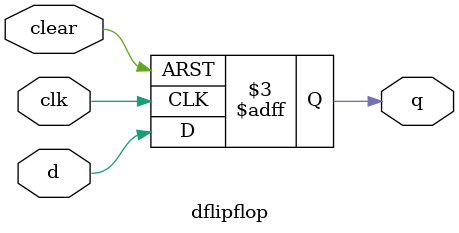
<source format=v>
module shift_reg_struct (
    input [3:0]i,
    output reg [3:0]o,
    input [1:0]s,
    input MSB, LSB, clk, clear
);

stage s0(o[0], o[1], LSB, i[0], s, clk, clear);
stage s1(o[1], o[2], o[0], i[1], s, clk, clear);
stage s2(o[2], o[3], o[1], i[2], s, clk, clear);
stage s3(o[3], MSB, o[2], i[3], s, clk, clear);
    
endmodule

module stage (
    input [0:3]i,
    input [0:1]s,
    output q,
    input clk, clear
);

wire mux_out;
mux4to1 m(i, s, mux_out);
dflipflop d(mux_out, q, clk, clear);

endmodule

module mux4to1 (
    input [0:3]i,
    input [0:1]s,
    output reg o,
    input clk,
);

always @(s)
    case(s)
        2'b00: o = i[0];
        2'b01: o = i[1];
        2'b10: o = i[2];
        2'b11: o = i[3];
    endcase
    
endmodule

module dflipflop (
    input d,
    output reg q,
    input clk, clear
);

always @(posedge clk or negedge clear)
    if(clear == 0)
        q <= 1'b0;
    else
        q <= d;

endmodule
</source>
